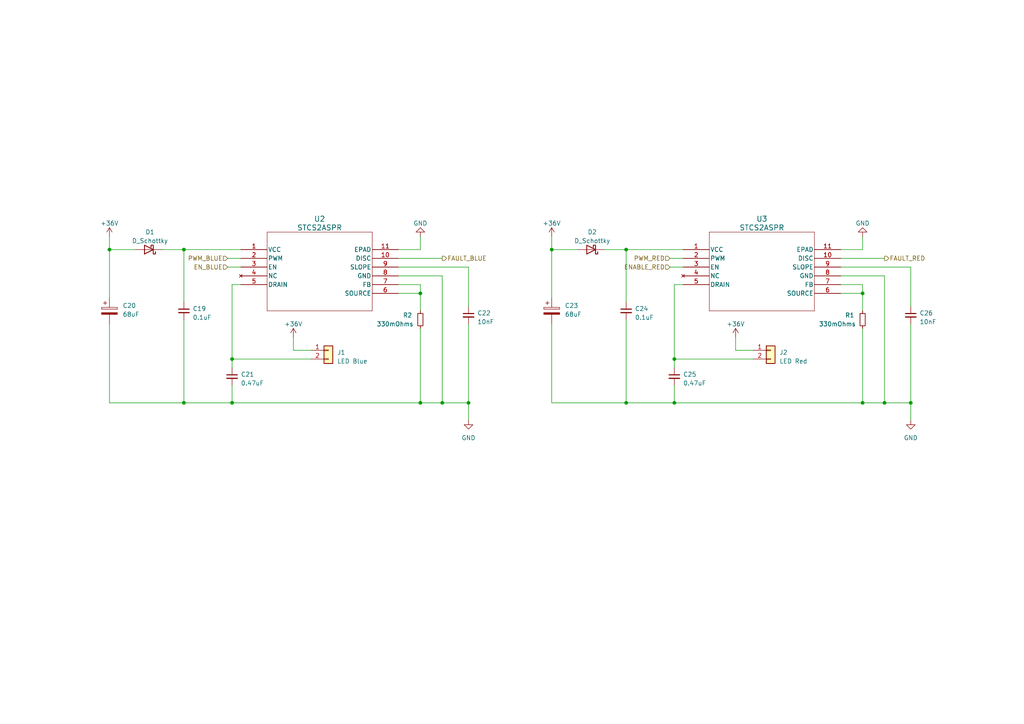
<source format=kicad_sch>
(kicad_sch (version 20230121) (generator eeschema)
  (paper "A4")
  (lib_symbols
    (symbol "Connector_Generic:Conn_01x02" (pin_names (offset 1.016) hide)
      (property "Reference" "J" (at 0 2.54 0))
      (property "Value" "Conn_01x02" (at 0 -5.08 0))
      (symbol "Conn_01x02_1_1"
        (rectangle (start -1.27 -2.413) (end 0 -2.667) (stroke (width 0.1524)))
        (rectangle (start -1.27 0.127) (end 0 -0.127) (stroke (width 0.1524)))
        (rectangle (start -1.27 1.27) (end 1.27 -3.81) (stroke (width 0.254)) (fill (type background)))
        (pin passive line (at -5.08 0 0) (length 3.81) (name "Pin_1") (number "1"))
        (pin passive line (at -5.08 -2.54 0) (length 3.81) (name "Pin_2") (number "2"))
      )
    )
    (symbol "Device:C_Polarized" (pin_numbers hide) (pin_names (offset 0.254))
      (property "Reference" "C" (at 0.635 2.54 0))
      (property "Value" "C_Polarized" (at 0.635 -2.54 0))
      (symbol "C_Polarized_0_1"
        (rectangle (start -2.286 0.508) (end 2.286 1.016))
        (polyline (pts (xy -1.778 2.286) (xy -0.762 2.286)))
        (polyline (pts (xy -1.27 2.794) (xy -1.27 1.778)))
        (rectangle (start 2.286 -0.508) (end -2.286 -1.016) (fill (type outline)))
      )
      (symbol "C_Polarized_1_1"
        (pin passive line (at 0 3.81 270) (length 2.794) (name "~") (number "1"))
        (pin passive line (at 0 -3.81 90) (length 2.794) (name "~") (number "2"))
      )
    )
    (symbol "Device:C_Small" (pin_numbers hide) (pin_names (offset 0.254) hide)
      (property "Reference" "C" (at 0.254 1.778 0))
      (property "Value" "C_Small" (at 0.254 -2.032 0))
      (symbol "C_Small_0_1"
        (polyline (pts (xy -1.524 -0.508) (xy 1.524 -0.508)) (stroke (width 0.3302)))
        (polyline (pts (xy -1.524 0.508) (xy 1.524 0.508)) (stroke (width 0.3048)))
      )
      (symbol "C_Small_1_1"
        (pin passive line (at 0 2.54 270) (length 2.032) (name "~") (number "1"))
        (pin passive line (at 0 -2.54 90) (length 2.032) (name "~") (number "2"))
      )
    )
    (symbol "Device:D_Schottky" (pin_numbers hide) (pin_names (offset 1.016) hide)
      (property "Reference" "D" (at 0 2.54 0))
      (property "Value" "D_Schottky" (at 0 -2.54 0))
      (symbol "D_Schottky_0_1"
        (polyline (pts (xy 1.27 0) (xy -1.27 0)))
        (polyline (pts (xy 1.27 1.27) (xy 1.27 -1.27) (xy -1.27 0) (xy 1.27 1.27)) (stroke (width 0.254)))
        (polyline (pts (xy -1.905 0.635) (xy -1.905 1.27) (xy -1.27 1.27) (xy -1.27 -1.27) (xy -0.635 -1.27) (xy -0.635 -0.635)) (stroke (width 0.254)))
      )
      (symbol "D_Schottky_1_1"
        (pin passive line (at -3.81 0 0) (length 2.54) (name "K") (number "1"))
        (pin passive line (at 3.81 0 180) (length 2.54) (name "A") (number "2"))
      )
    )
    (symbol "Device:R_Small" (pin_numbers hide) (pin_names (offset 0.254) hide)
      (property "Reference" "R" (at 0.762 0.508 0))
      (property "Value" "R_Small" (at 0.762 -1.016 0))
      (symbol "R_Small_0_1"
        (rectangle (start -0.762 1.778) (end 0.762 -1.778) (stroke (width 0.2032)))
      )
      (symbol "R_Small_1_1"
        (pin passive line (at 0 2.54 270) (length 0.762) (name "~") (number "1"))
        (pin passive line (at 0 -2.54 90) (length 0.762) (name "~") (number "2"))
      )
    )
    (symbol "STCS2ASPR:STCS2ASPR" (pin_names (offset 0.254))
      (property "Reference" "U" (at 22.86 10.16 0))
      (property "Value" "STCS2ASPR" (at 22.86 7.62 0))
      (symbol "STCS2ASPR_0_1"
        (polyline (pts (xy 7.62 -17.78) (xy 38.1 -17.78)) (stroke (width 0.127)))
        (polyline (pts (xy 7.62 5.08) (xy 7.62 -17.78)) (stroke (width 0.127)))
        (polyline (pts (xy 38.1 -17.78) (xy 38.1 5.08)) (stroke (width 0.127)))
        (polyline (pts (xy 38.1 5.08) (xy 7.62 5.08)) (stroke (width 0.127)))
        (pin power_in line (at 0 0 0) (length 7.62) (name "VCC") (number "1"))
        (pin unspecified line (at 45.72 -2.54 180) (length 7.62) (name "DISC") (number "10"))
        (pin power_out line (at 45.72 0 180) (length 7.62) (name "EPAD") (number "11"))
        (pin unspecified line (at 0 -2.54 0) (length 7.62) (name "PWM") (number "2"))
        (pin unspecified line (at 0 -5.08 0) (length 7.62) (name "EN") (number "3"))
        (pin no_connect line (at 0 -7.62 0) (length 7.62) (name "NC") (number "4"))
        (pin unspecified line (at 0 -10.16 0) (length 7.62) (name "DRAIN") (number "5"))
        (pin unspecified line (at 45.72 -12.7 180) (length 7.62) (name "SOURCE") (number "6"))
        (pin unspecified line (at 45.72 -10.16 180) (length 7.62) (name "FB") (number "7"))
        (pin power_out line (at 45.72 -7.62 180) (length 7.62) (name "GND") (number "8"))
        (pin unspecified line (at 45.72 -5.08 180) (length 7.62) (name "SLOPE") (number "9"))
      )
    )
    (symbol "power:+36V" (power) (pin_names (offset 0))
      (property "Value" "+36V" (at 0 3.556 0))
      (symbol "+36V_0_1"
        (polyline (pts (xy -0.762 1.27) (xy 0 2.54)))
        (polyline (pts (xy 0 0) (xy 0 2.54)))
        (polyline (pts (xy 0 2.54) (xy 0.762 1.27)))
      )
      (symbol "+36V_1_1"
        (pin power_in line (at 0 0 90) (length 0) hide (name "+36V") (number "1"))
      )
    )
    (symbol "power:GND" (power) (pin_names (offset 0))
      (property "Value" "GND" (at 0 -3.81 0))
      (symbol "GND_0_1"
        (polyline (pts (xy 0 0) (xy 0 -1.27) (xy 1.27 -1.27) (xy 0 -2.54) (xy -1.27 -1.27) (xy 0 -1.27)))
      )
      (symbol "GND_1_1"
        (pin power_in line (at 0 0 270) (length 0) hide (name "GND") (number "1"))
      )
    )
  )
  (junction (at 181.61 116.84))
  (junction (at 128.27 116.84))
  (junction (at 121.92 116.84))
  (junction (at 195.58 104.14))
  (junction (at 31.75 72.39))
  (junction (at 160.02 72.39))
  (junction (at 250.19 85.09))
  (junction (at 121.92 85.09))
  (junction (at 256.54 116.84))
  (junction (at 250.19 116.84))
  (junction (at 53.34 116.84))
  (junction (at 53.34 72.39))
  (junction (at 195.58 116.84))
  (junction (at 264.16 116.84))
  (junction (at 135.89 116.84))
  (junction (at 181.61 72.39))
  (junction (at 67.31 104.14))
  (junction (at 67.31 116.84))
  (wire (pts (xy 66.04 77.47) (xy 69.85 77.47)))
  (wire (pts (xy 85.09 97.79) (xy 85.09 101.6)))
  (wire (pts (xy 256.54 80.01) (xy 256.54 116.84)))
  (wire (pts (xy 195.58 111.76) (xy 195.58 116.84)))
  (wire (pts (xy 67.31 104.14) (xy 67.31 106.68)))
  (wire (pts (xy 31.75 68.58) (xy 31.75 72.39)))
  (wire (pts (xy 264.16 77.47) (xy 264.16 88.9)))
  (wire (pts (xy 115.57 74.93) (xy 128.27 74.93)))
  (wire (pts (xy 195.58 82.55) (xy 198.12 82.55)))
  (wire (pts (xy 135.89 116.84) (xy 128.27 116.84)))
  (wire (pts (xy 243.84 77.47) (xy 264.16 77.47)))
  (wire (pts (xy 250.19 95.25) (xy 250.19 116.84)))
  (wire (pts (xy 264.16 116.84) (xy 256.54 116.84)))
  (wire (pts (xy 31.75 116.84) (xy 53.34 116.84)))
  (wire (pts (xy 121.92 95.25) (xy 121.92 116.84)))
  (wire (pts (xy 121.92 85.09) (xy 121.92 90.17)))
  (wire (pts (xy 256.54 116.84) (xy 250.19 116.84)))
  (wire (pts (xy 128.27 116.84) (xy 121.92 116.84)))
  (wire (pts (xy 160.02 72.39) (xy 160.02 86.36)))
  (wire (pts (xy 53.34 92.71) (xy 53.34 116.84)))
  (wire (pts (xy 195.58 104.14) (xy 195.58 82.55)))
  (wire (pts (xy 128.27 80.01) (xy 128.27 116.84)))
  (wire (pts (xy 135.89 116.84) (xy 135.89 121.92)))
  (wire (pts (xy 121.92 82.55) (xy 121.92 85.09)))
  (wire (pts (xy 135.89 77.47) (xy 135.89 88.9)))
  (wire (pts (xy 90.17 101.6) (xy 85.09 101.6)))
  (wire (pts (xy 53.34 116.84) (xy 67.31 116.84)))
  (wire (pts (xy 53.34 72.39) (xy 69.85 72.39)))
  (wire (pts (xy 90.17 104.14) (xy 67.31 104.14)))
  (wire (pts (xy 67.31 111.76) (xy 67.31 116.84)))
  (wire (pts (xy 195.58 104.14) (xy 195.58 106.68)))
  (wire (pts (xy 46.99 72.39) (xy 53.34 72.39)))
  (wire (pts (xy 181.61 72.39) (xy 198.12 72.39)))
  (wire (pts (xy 213.36 97.79) (xy 213.36 101.6)))
  (wire (pts (xy 194.31 77.47) (xy 198.12 77.47)))
  (wire (pts (xy 264.16 116.84) (xy 264.16 121.92)))
  (wire (pts (xy 175.26 72.39) (xy 181.61 72.39)))
  (wire (pts (xy 160.02 116.84) (xy 181.61 116.84)))
  (wire (pts (xy 31.75 93.98) (xy 31.75 116.84)))
  (wire (pts (xy 160.02 93.98) (xy 160.02 116.84)))
  (wire (pts (xy 218.44 104.14) (xy 195.58 104.14)))
  (wire (pts (xy 243.84 74.93) (xy 256.54 74.93)))
  (wire (pts (xy 181.61 92.71) (xy 181.61 116.84)))
  (wire (pts (xy 121.92 85.09) (xy 115.57 85.09)))
  (wire (pts (xy 264.16 93.98) (xy 264.16 116.84)))
  (wire (pts (xy 53.34 72.39) (xy 53.34 87.63)))
  (wire (pts (xy 115.57 72.39) (xy 121.92 72.39)))
  (wire (pts (xy 160.02 68.58) (xy 160.02 72.39)))
  (wire (pts (xy 31.75 72.39) (xy 39.37 72.39)))
  (wire (pts (xy 115.57 80.01) (xy 128.27 80.01)))
  (wire (pts (xy 243.84 72.39) (xy 250.19 72.39)))
  (wire (pts (xy 243.84 82.55) (xy 250.19 82.55)))
  (wire (pts (xy 194.31 74.93) (xy 198.12 74.93)))
  (wire (pts (xy 67.31 104.14) (xy 67.31 82.55)))
  (wire (pts (xy 31.75 72.39) (xy 31.75 86.36)))
  (wire (pts (xy 121.92 68.58) (xy 121.92 72.39)))
  (wire (pts (xy 66.04 74.93) (xy 69.85 74.93)))
  (wire (pts (xy 160.02 72.39) (xy 167.64 72.39)))
  (wire (pts (xy 250.19 68.58) (xy 250.19 72.39)))
  (wire (pts (xy 218.44 101.6) (xy 213.36 101.6)))
  (wire (pts (xy 250.19 82.55) (xy 250.19 85.09)))
  (wire (pts (xy 250.19 116.84) (xy 195.58 116.84)))
  (wire (pts (xy 115.57 77.47) (xy 135.89 77.47)))
  (wire (pts (xy 67.31 82.55) (xy 69.85 82.55)))
  (wire (pts (xy 181.61 72.39) (xy 181.61 87.63)))
  (wire (pts (xy 121.92 116.84) (xy 67.31 116.84)))
  (wire (pts (xy 250.19 85.09) (xy 250.19 90.17)))
  (wire (pts (xy 181.61 116.84) (xy 195.58 116.84)))
  (wire (pts (xy 250.19 85.09) (xy 243.84 85.09)))
  (wire (pts (xy 243.84 80.01) (xy 256.54 80.01)))
  (wire (pts (xy 115.57 82.55) (xy 121.92 82.55)))
  (wire (pts (xy 135.89 93.98) (xy 135.89 116.84)))
  (hierarchical_label "ENABLE_RED" (shape input) (at 194.31 77.47 180))
  (hierarchical_label "EN_BLUE" (shape input) (at 66.04 77.47 180))
  (hierarchical_label "PWM_BLUE" (shape input) (at 66.04 74.93 180))
  (hierarchical_label "FAULT_BLUE" (shape output) (at 128.27 74.93 0))
  (hierarchical_label "PWM_RED" (shape input) (at 194.31 74.93 180))
  (hierarchical_label "FAULT_RED" (shape output) (at 256.54 74.93 0))
  (symbol (lib_id "Device:C_Small") (at 264.16 91.44 0) (unit 1)
    (property "Reference" "C26" (at 266.7 90.8113 0) (effects (justify left)))
    (property "Value" "10nF" (at 266.7 93.3513 0) (effects (justify left)))
  )
  (symbol (lib_id "Device:C_Small") (at 195.58 109.22 0) (unit 1)
    (property "Reference" "C25" (at 198.12 108.5913 0) (effects (justify left)))
    (property "Value" "0.47uF" (at 198.12 111.1313 0) (effects (justify left)))
  )
  (symbol (lib_id "Connector_Generic:Conn_01x02") (at 223.52 101.6 0) (unit 1)
    (property "Reference" "J2" (at 226.06 102.235 0) (effects (justify left)))
    (property "Value" "LED Red" (at 226.06 104.775 0) (effects (justify left)))
  )
  (symbol (lib_id "Device:C_Polarized") (at 31.75 90.17 0) (unit 1)
    (property "Reference" "C20" (at 35.56 88.646 0) (effects (justify left)))
    (property "Value" "68uF" (at 35.56 91.186 0) (effects (justify left)))
  )
  (symbol (lib_id "Device:C_Small") (at 181.61 90.17 0) (unit 1)
    (property "Reference" "C24" (at 184.15 89.5413 0) (effects (justify left)))
    (property "Value" "0.1uF" (at 184.15 92.0813 0) (effects (justify left)))
  )
  (symbol (lib_id "power:GND") (at 135.89 121.92 0) (unit 1)
    (property "Reference" "#PWR010" (effects hide))
    (property "Value" "GND" (at 135.89 127 0))
  )
  (symbol (lib_id "Device:C_Small") (at 53.34 90.17 0) (unit 1)
    (property "Reference" "C19" (at 55.88 89.5413 0) (effects (justify left)))
    (property "Value" "0.1uF" (at 55.88 92.0813 0) (effects (justify left)))
  )
  (symbol (lib_id "Device:C_Polarized") (at 160.02 90.17 0) (unit 1)
    (property "Reference" "C23" (at 163.83 88.646 0) (effects (justify left)))
    (property "Value" "68uF" (at 163.83 91.186 0) (effects (justify left)))
  )
  (symbol (lib_id "power:+36V") (at 213.36 97.79 0) (unit 1)
    (property "Reference" "#PWR014" (effects hide))
    (property "Value" "+36V" (at 213.36 93.98 0))
  )
  (symbol (lib_id "power:GND") (at 121.92 68.58 180) (unit 1)
    (property "Reference" "#PWR012" (effects hide))
    (property "Value" "GND" (at 121.92 64.77 0))
  )
  (symbol (lib_id "Device:R_Small") (at 121.92 92.71 0) (unit 1)
    (property "Reference" "R2" (at 116.84 91.44 0) (effects (justify left)))
    (property "Value" "330mOhms" (at 109.22 93.98 0) (effects (justify left)))
  )
  (symbol (lib_id "Connector_Generic:Conn_01x02") (at 95.25 101.6 0) (unit 1)
    (property "Reference" "J1" (at 97.79 102.235 0) (effects (justify left)))
    (property "Value" "LED Blue" (at 97.79 104.775 0) (effects (justify left)))
  )
  (symbol (lib_id "STCS2ASPR:STCS2ASPR") (at 69.85 72.39 0) (unit 1)
    (property "Reference" "U2" (at 92.71 63.5 0) (effects (font (size 1.524 1.524))))
    (property "Value" "STCS2ASPR" (at 92.71 66.04 0) (effects (font (size 1.524 1.524))))
    (property "Footprint" "SOIC_ASPR_STM" (effects hide))
    (property "Datasheet" "STCS2ASPR" (effects hide))
  )
  (symbol (lib_id "power:+36V") (at 31.75 68.58 0) (unit 1)
    (property "Reference" "#PWR09" (effects hide))
    (property "Value" "+36V" (at 31.75 64.77 0))
  )
  (symbol (lib_id "Device:C_Small") (at 67.31 109.22 0) (unit 1)
    (property "Reference" "C21" (at 69.85 108.5913 0) (effects (justify left)))
    (property "Value" "0.47uF" (at 69.85 111.1313 0) (effects (justify left)))
  )
  (symbol (lib_id "Device:R_Small") (at 250.19 92.71 0) (unit 1)
    (property "Reference" "R1" (at 245.11 91.44 0) (effects (justify left)))
    (property "Value" "330mOhms" (at 237.49 93.98 0) (effects (justify left)))
  )
  (symbol (lib_id "power:+36V") (at 160.02 68.58 0) (unit 1)
    (property "Reference" "#PWR013" (effects hide))
    (property "Value" "+36V" (at 160.02 64.77 0))
  )
  (symbol (lib_id "power:+36V") (at 85.09 97.79 0) (unit 1)
    (property "Reference" "#PWR011" (effects hide))
    (property "Value" "+36V" (at 85.09 93.98 0))
  )
  (symbol (lib_id "Device:D_Schottky") (at 43.18 72.39 180) (unit 1)
    (property "Reference" "D1" (at 43.4975 67.31 0))
    (property "Value" "D_Schottky" (at 43.4975 69.85 0))
  )
  (symbol (lib_id "power:GND") (at 264.16 121.92 0) (unit 1)
    (property "Reference" "#PWR016" (effects hide))
    (property "Value" "GND" (at 264.16 127 0))
  )
  (symbol (lib_id "Device:D_Schottky") (at 171.45 72.39 180) (unit 1)
    (property "Reference" "D2" (at 171.7675 67.31 0))
    (property "Value" "D_Schottky" (at 171.7675 69.85 0))
  )
  (symbol (lib_id "STCS2ASPR:STCS2ASPR") (at 198.12 72.39 0) (unit 1)
    (property "Reference" "U3" (at 220.98 63.5 0) (effects (font (size 1.524 1.524))))
    (property "Value" "STCS2ASPR" (at 220.98 66.04 0) (effects (font (size 1.524 1.524))))
    (property "Footprint" "SOIC_ASPR_STM" (effects hide))
    (property "Datasheet" "STCS2ASPR" (effects hide))
  )
  (symbol (lib_id "power:GND") (at 250.19 68.58 180) (unit 1)
    (property "Reference" "#PWR015" (effects hide))
    (property "Value" "GND" (at 250.19 64.77 0))
  )
  (symbol (lib_id "Device:C_Small") (at 135.89 91.44 0) (unit 1)
    (property "Reference" "C22" (at 138.43 90.8113 0) (effects (justify left)))
    (property "Value" "10nF" (at 138.43 93.3513 0) (effects (justify left)))
  )
)
</source>
